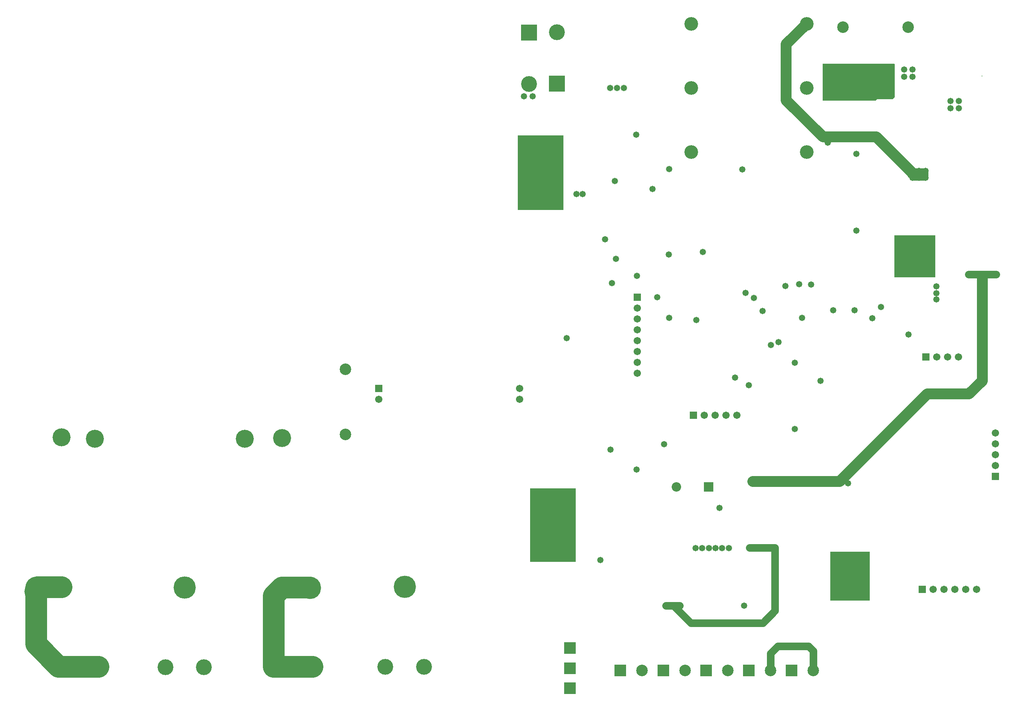
<source format=gbs>
G04 Layer_Color=16711935*
%FSLAX25Y25*%
%MOIN*%
G70*
G01*
G75*
%ADD52C,0.05000*%
%ADD54C,0.10000*%
%ADD59C,0.20000*%
%ADD83C,0.07000*%
%ADD106R,0.14579X0.14579*%
%ADD117R,0.08674X0.08674*%
%ADD122C,0.06706*%
%ADD123R,0.06706X0.06706*%
%ADD124C,0.14579*%
%ADD125R,0.06706X0.06706*%
%ADD126R,0.10642X0.10642*%
%ADD127C,0.10642*%
%ADD128C,0.16548*%
%ADD129C,0.12611*%
%ADD130C,0.08674*%
%ADD131C,0.00800*%
%ADD132C,0.05800*%
%ADD133C,0.20485*%
G36*
X514370Y155610D02*
X472342D01*
Y223228D01*
X514370D01*
Y155610D01*
D02*
G37*
G36*
X784941Y119980D02*
X748721D01*
Y147539D01*
Y147736D01*
Y165059D01*
X784941D01*
Y119980D01*
D02*
G37*
G36*
X845571Y417815D02*
X807677D01*
Y456496D01*
X845571D01*
Y417815D01*
D02*
G37*
G36*
X808169Y613918D02*
Y583563D01*
X806398Y581791D01*
X806398Y581791D01*
X791831D01*
X790453Y580413D01*
X742028D01*
X741831Y580610D01*
X741831Y614270D01*
X807814D01*
X807816Y614272D01*
X808169Y613918D01*
D02*
G37*
G36*
X503150Y480758D02*
D01*
Y479724D01*
X503109Y479626D01*
X461377D01*
X461024Y479980D01*
X461122Y548376D01*
X503150D01*
Y480758D01*
D02*
G37*
D52*
X824508Y509252D02*
X836516D01*
X824508Y515551D02*
X836516D01*
X824508Y509252D02*
Y515551D01*
X830512Y509252D02*
Y515551D01*
X836516Y509252D02*
Y515551D01*
X825295Y512402D02*
X836516D01*
X824508Y513189D02*
X825295Y512402D01*
D54*
X888681Y322461D02*
X888858Y322638D01*
Y362303D01*
X876555Y310335D02*
X888681Y322461D01*
X837973Y310335D02*
X876555D01*
X757283Y229646D02*
X837973Y310335D01*
X757283Y229626D02*
Y229646D01*
X888681Y361024D02*
Y418799D01*
X677362Y229626D02*
X757283D01*
X824508Y513189D02*
Y513583D01*
X791142Y546949D02*
X824508Y513583D01*
X742028Y546949D02*
X791142D01*
X708169Y580807D02*
X742028Y546949D01*
X708169Y580807D02*
Y632382D01*
X726969Y651181D01*
D59*
X40858Y59043D02*
X75020D01*
X38594D02*
X40858D01*
X17717Y79921D02*
X38594Y59043D01*
X19095Y132480D02*
X41240D01*
X19095Y131890D02*
X19685Y132480D01*
X17717Y131890D02*
X19095D01*
X17717Y79921D02*
Y131890D01*
X236587Y59043D02*
X272020D01*
X236587D02*
Y124382D01*
X244193Y131988D01*
X269685D01*
X269783Y131890D01*
D83*
X603839Y115256D02*
X604528D01*
X620374Y99410D01*
X686811D01*
X697933Y110531D01*
Y168799D01*
X674508D02*
X697933D01*
X597539Y115256D02*
X609941D01*
X876083Y420472D02*
X901280D01*
X693760Y55795D02*
Y71417D01*
X700295Y77953D01*
X728740D01*
X733130Y73563D01*
Y55795D02*
Y73563D01*
D106*
X497075Y596158D02*
D03*
X471500Y643099D02*
D03*
D117*
X636909Y224705D02*
D03*
D122*
X866846Y344512D02*
D03*
X856847D02*
D03*
X846846D02*
D03*
X843347Y130512D02*
D03*
X853347D02*
D03*
X863346D02*
D03*
X873347D02*
D03*
X883346D02*
D03*
X900846Y274512D02*
D03*
Y264512D02*
D03*
Y254512D02*
D03*
Y244512D02*
D03*
X462862Y315500D02*
D03*
Y305500D02*
D03*
X332941D02*
D03*
X570965Y329350D02*
D03*
Y339350D02*
D03*
Y349350D02*
D03*
Y359350D02*
D03*
Y369350D02*
D03*
Y379350D02*
D03*
Y389350D02*
D03*
X632815Y290748D02*
D03*
X642815D02*
D03*
X652815D02*
D03*
X662815D02*
D03*
D123*
X836847Y344512D02*
D03*
X833346Y130512D02*
D03*
X622815Y290748D02*
D03*
D124*
X272020Y59043D02*
D03*
X236587D02*
D03*
X75020D02*
D03*
X39587D02*
D03*
X497075Y643402D02*
D03*
X471500Y595854D02*
D03*
X374606Y58957D02*
D03*
X339173D02*
D03*
X172047Y58661D02*
D03*
X136614D02*
D03*
D125*
X900846Y234512D02*
D03*
X332941Y315500D02*
D03*
X570965Y399350D02*
D03*
D126*
X555354Y55795D02*
D03*
X509055Y76280D02*
D03*
Y57776D02*
D03*
Y39272D02*
D03*
X673760Y55795D02*
D03*
X634390D02*
D03*
X713130D02*
D03*
X594972Y55795D02*
D03*
D127*
X575354Y55795D02*
D03*
X760453Y647933D02*
D03*
X820453D02*
D03*
X302362Y273051D02*
D03*
Y333051D02*
D03*
X693760Y55795D02*
D03*
X654390D02*
D03*
X733130D02*
D03*
X614972Y55795D02*
D03*
D128*
X41240Y132480D02*
D03*
Y270276D02*
D03*
X244193Y131988D02*
D03*
Y269783D02*
D03*
X209646Y269193D02*
D03*
X71850D02*
D03*
D129*
X726969Y533071D02*
D03*
Y592126D02*
D03*
Y651181D02*
D03*
X620669D02*
D03*
Y592126D02*
D03*
Y533071D02*
D03*
D130*
X606988Y224705D02*
D03*
D131*
X888484Y602906D02*
D03*
D132*
X739892Y322293D02*
D03*
X770964Y387362D02*
D03*
X600295Y517520D02*
D03*
X765158Y227953D02*
D03*
X715945Y278051D02*
D03*
X603740Y115256D02*
D03*
X609941D02*
D03*
X597539D02*
D03*
X686221Y168799D02*
D03*
X674508D02*
D03*
X697933D02*
D03*
X688829Y229626D02*
D03*
X677362D02*
D03*
X700295D02*
D03*
X646654Y205413D02*
D03*
X811024Y421358D02*
D03*
Y441043D02*
D03*
Y431201D02*
D03*
X842520D02*
D03*
Y441043D02*
D03*
Y421358D02*
D03*
X846358Y397342D02*
D03*
X661024Y325295D02*
D03*
X600591Y380512D02*
D03*
X722835Y380315D02*
D03*
X751575Y387402D02*
D03*
X816929Y608957D02*
D03*
Y602264D02*
D03*
X824409Y608957D02*
D03*
Y602264D02*
D03*
X867028Y573228D02*
D03*
X772933Y531299D02*
D03*
X520620Y494488D02*
D03*
X515158D02*
D03*
X476968Y542569D02*
D03*
X487598Y487155D02*
D03*
X476968D02*
D03*
X498228D02*
D03*
Y542569D02*
D03*
X487598D02*
D03*
X466339D02*
D03*
Y487155D02*
D03*
X474902Y584350D02*
D03*
X466732Y584449D02*
D03*
X546063Y592126D02*
D03*
X552411D02*
D03*
X558760D02*
D03*
X537008Y157480D02*
D03*
X506004Y361614D02*
D03*
X546457Y258992D02*
D03*
X509154Y217815D02*
D03*
X498524D02*
D03*
X477264D02*
D03*
X509449Y162008D02*
D03*
X498819D02*
D03*
X488189D02*
D03*
X477559D02*
D03*
X894980Y420472D02*
D03*
X901280D02*
D03*
X830512Y515551D02*
D03*
X824508D02*
D03*
Y509252D02*
D03*
X830512D02*
D03*
X836516Y515551D02*
D03*
Y509252D02*
D03*
X547638Y412205D02*
D03*
X715945Y339173D02*
D03*
X589370Y399311D02*
D03*
X673622Y318406D02*
D03*
X595768Y263878D02*
D03*
X625591Y378346D02*
D03*
X772736Y460532D02*
D03*
X570374Y240846D02*
D03*
X624803Y168307D02*
D03*
X876083Y420472D02*
D03*
X882382D02*
D03*
X888681D02*
D03*
X752854Y162106D02*
D03*
X766289D02*
D03*
X779724Y123130D02*
D03*
X766289D02*
D03*
X752854D02*
D03*
X779724Y162106D02*
D03*
X781594Y149114D02*
D03*
Y136122D02*
D03*
X686516Y386811D02*
D03*
X670866Y403445D02*
D03*
X643110Y168307D02*
D03*
X637008D02*
D03*
X630905D02*
D03*
X747441Y602133D02*
D03*
Y594029D02*
D03*
Y585925D02*
D03*
Y610236D02*
D03*
X804429Y610827D02*
D03*
X794685Y601870D02*
D03*
Y610827D02*
D03*
X804429Y601870D02*
D03*
X859547Y573228D02*
D03*
X867028Y579921D02*
D03*
X859547D02*
D03*
X746457Y541536D02*
D03*
X846358Y403051D02*
D03*
Y409449D02*
D03*
X795276Y390256D02*
D03*
X787500Y379921D02*
D03*
X731102Y411024D02*
D03*
X719980Y411417D02*
D03*
X820669Y365158D02*
D03*
X600000Y438779D02*
D03*
X550433Y506457D02*
D03*
X585138Y498917D02*
D03*
X569980Y548917D02*
D03*
X667618Y517126D02*
D03*
X551575Y434842D02*
D03*
X570768Y418996D02*
D03*
X701181Y357972D02*
D03*
X694095Y355217D02*
D03*
X541437Y452854D02*
D03*
X649213Y168307D02*
D03*
X655315D02*
D03*
X669291Y115256D02*
D03*
X678543Y398819D02*
D03*
X631398Y441043D02*
D03*
X707382Y409842D02*
D03*
D133*
X357087Y132776D02*
D03*
X154528Y131988D02*
D03*
X17126Y128248D02*
D03*
X269685Y131693D02*
D03*
M02*

</source>
